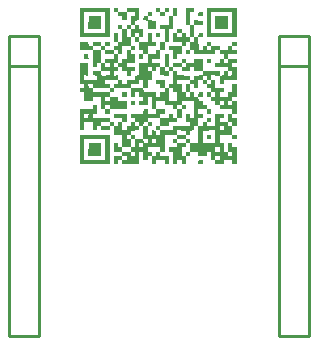
<source format=gbo>
G04*
G04 #@! TF.GenerationSoftware,Altium Limited,Altium Designer,24.0.1 (36)*
G04*
G04 Layer_Color=32896*
%FSLAX44Y44*%
%MOMM*%
G71*
G04*
G04 #@! TF.SameCoordinates,679F6686-0656-46BC-BDB5-5FE1FF963507*
G04*
G04*
G04 #@! TF.FilePolarity,Positive*
G04*
G01*
G75*
%ADD11C,0.2540*%
G36*
X122600Y265247D02*
X122572Y265074D01*
X122600Y264988D01*
Y263897D01*
Y263869D01*
X122586Y262017D01*
X122600Y261888D01*
X122557Y261817D01*
X122443Y261788D01*
X119013Y261802D01*
X118998Y265261D01*
X119041Y265361D01*
X122557Y265376D01*
X122600Y265247D01*
D02*
G37*
G36*
X147903Y261788D02*
X151160Y261802D01*
X151247Y261745D01*
X151218Y258243D01*
X151089Y258200D01*
X151003Y258229D01*
X147745Y258214D01*
X147659Y258272D01*
Y259707D01*
Y259736D01*
X147687Y261773D01*
X147817Y261817D01*
X147903Y261788D01*
D02*
G37*
G36*
X129748Y265333D02*
Y262032D01*
Y262003D01*
X129719Y258243D01*
X129590Y258200D01*
X129504Y258229D01*
X126160Y258243D01*
X126188Y265361D01*
X129705Y265376D01*
X129748Y265333D01*
D02*
G37*
G36*
X115410Y265347D02*
X115439Y261788D01*
X119013Y261773D01*
X118984Y258243D01*
X118855Y258200D01*
X118769Y258229D01*
X115511Y258214D01*
X115425Y258272D01*
X115410Y261788D01*
X111880Y261817D01*
X111837Y261859D01*
X111865Y265361D01*
X113946Y265376D01*
X113975D01*
X115410Y265347D01*
D02*
G37*
G36*
X104934Y261788D02*
X108163Y261802D01*
X108249Y261773D01*
X108263Y261644D01*
X108249Y258386D01*
X108278Y258329D01*
X108234Y258229D01*
X108091Y258200D01*
X108005Y258229D01*
X104690Y258214D01*
X104704Y254641D01*
X111822Y254612D01*
X111837Y247508D01*
X111794Y247465D01*
X108177D01*
X104704Y247493D01*
X104661Y247623D01*
X104690Y247737D01*
X104661Y254626D01*
X101130Y254655D01*
X101102Y254741D01*
X101116Y258200D01*
X101231Y258229D01*
X104675Y258257D01*
X104690Y261572D01*
X104661Y261659D01*
X104690Y261773D01*
X104819Y261817D01*
X104934Y261788D01*
D02*
G37*
G36*
X151204Y254612D02*
X151247Y254569D01*
X151218Y251067D01*
X150113Y251053D01*
X150084D01*
X144071Y251067D01*
X144100Y254598D01*
X144143Y254641D01*
X151204Y254612D01*
D02*
G37*
G36*
X144056Y265347D02*
X144071Y261831D01*
X143942Y261788D01*
X140569Y261802D01*
X140512Y261773D01*
X140483Y261659D01*
X140512Y261486D01*
X140483Y261400D01*
X140512Y251067D01*
X144071Y251038D01*
X144085Y240318D01*
X147659Y240303D01*
X147687Y229597D01*
X147731Y229554D01*
X151204Y229582D01*
X151247Y229625D01*
X151275Y233127D01*
X154820Y233142D01*
X154835Y229740D01*
X154806Y229654D01*
X154878Y229554D01*
X158379Y229582D01*
X158422Y229712D01*
X158394Y229826D01*
X158379Y233142D01*
X154835Y233156D01*
X154820Y236644D01*
X154878Y236730D01*
X158379Y236701D01*
X158422Y236572D01*
X158394Y236457D01*
X158408Y233142D01*
X165555Y233113D01*
X165584Y229554D01*
X172703Y229582D01*
X172746Y229625D01*
X172731Y233056D01*
X172789Y233142D01*
X176305Y233127D01*
X176334Y229597D01*
X176377Y229554D01*
X179878Y229525D01*
X179893Y226009D01*
X179764Y225966D01*
X179634Y225980D01*
X172932Y225966D01*
X172846Y225994D01*
X172746Y225951D01*
X172731Y225822D01*
X172760Y222407D01*
X179878Y222378D01*
X179893Y218862D01*
X179850Y218819D01*
X176348Y218790D01*
X176305Y218747D01*
X176334Y215274D01*
X176377Y215231D01*
X179878Y215202D01*
X179893Y204539D01*
X179850Y204496D01*
X179764Y204467D01*
X179678Y204496D01*
X169172Y204467D01*
X169143Y200936D01*
X169057Y200908D01*
X165584Y200936D01*
X165555Y208055D01*
X158480Y208069D01*
X158422Y208041D01*
X158394Y207926D01*
X158422Y207782D01*
X158394Y207696D01*
X158408Y204496D01*
X161967Y204467D01*
X161996Y197377D01*
X162054Y197320D01*
X169143Y197291D01*
X169158Y193804D01*
X169086Y193732D01*
X165584Y193703D01*
X165570Y190216D01*
X165641Y190144D01*
X166015Y190173D01*
X172659Y190158D01*
X172717Y190187D01*
X172746Y190302D01*
X172731Y193646D01*
X172760Y193732D01*
X172889Y193746D01*
X176262Y193732D01*
X176305Y193775D01*
X176334Y193890D01*
X176305Y193976D01*
X176334Y200865D01*
X176377Y200908D01*
X179878Y200879D01*
X179893Y190187D01*
X179764Y190144D01*
X179591Y190173D01*
X179505Y190144D01*
X176391Y190158D01*
X176334Y190130D01*
X176305Y190015D01*
X176319Y186585D01*
X179878Y186556D01*
X179893Y175864D01*
X179764Y175821D01*
X176305Y175835D01*
X176319Y179323D01*
X176262Y179409D01*
X165584Y179437D01*
X165555Y182997D01*
X162010Y183011D01*
X161982Y183126D01*
X161967Y186556D01*
X161853Y186585D01*
X158422Y186599D01*
X158394Y186714D01*
X158408Y186843D01*
X158379Y190144D01*
X155035Y190158D01*
X154906Y190144D01*
X154835Y190187D01*
X154820Y190316D01*
X154835Y193574D01*
X154806Y193631D01*
X154878Y193732D01*
X154964Y193761D01*
X155050Y193732D01*
X158394Y193717D01*
X158408Y190173D01*
X161924Y190158D01*
X161982Y190187D01*
X161953Y193717D01*
X158394Y193746D01*
X158408Y197234D01*
X158351Y197320D01*
X154849Y197348D01*
X154806Y197478D01*
X154835Y197564D01*
X154820Y200908D01*
X151261Y200936D01*
X151232Y204496D01*
X147702Y204467D01*
X147659Y204424D01*
X147630Y197334D01*
X144143Y197320D01*
X144071Y197391D01*
X144042Y200893D01*
X140526Y200908D01*
X140483Y200865D01*
X140512Y193746D01*
X143913Y193732D01*
X143970Y193761D01*
X144071Y193689D01*
X144100Y190187D01*
X144229Y190144D01*
X144344Y190173D01*
X147659Y190187D01*
X147687Y193717D01*
X147802Y193746D01*
X151089Y193732D01*
X151117Y193761D01*
X151247Y193689D01*
X151218Y190187D01*
X151175Y190144D01*
X150931Y190158D01*
X147659Y190130D01*
X147687Y186599D01*
X151189Y186570D01*
X151247Y186513D01*
X151275Y183011D01*
X154777Y182982D01*
X154835Y182925D01*
X154849Y179409D01*
X158379Y179380D01*
X158422Y179337D01*
X158394Y178964D01*
X158408Y175907D01*
X158351Y175821D01*
X154849Y175849D01*
X154806Y175979D01*
X154835Y176065D01*
X154820Y179409D01*
X147673Y179380D01*
X147659Y175893D01*
X147731Y175821D01*
X151160Y175835D01*
X151247Y175778D01*
X151218Y172276D01*
X151089Y172233D01*
X150974Y172262D01*
X147860Y172247D01*
X147731Y172262D01*
X147659Y172190D01*
X147673Y165086D01*
X151232Y165114D01*
X151261Y168645D01*
X151376Y168674D01*
X154835Y168659D01*
X154820Y165172D01*
X154878Y165086D01*
X161967Y165114D01*
X161996Y175792D01*
X162140Y175849D01*
X162226Y175821D01*
X169043Y175835D01*
X169143Y175792D01*
X169158Y172305D01*
X169115Y172262D01*
X169000Y172233D01*
X168885Y172262D01*
X165771Y172247D01*
X165641Y172262D01*
X165570Y172190D01*
X165598Y168688D01*
X172746Y168659D01*
X172731Y165172D01*
X172789Y165086D01*
X176305Y165071D01*
X176334Y157924D01*
X179706Y157910D01*
X179792Y157938D01*
X179893Y157867D01*
X179864Y154365D01*
X179821Y154322D01*
X179448Y154351D01*
X176391Y154336D01*
X176334Y154365D01*
X176305Y154480D01*
X176290Y157910D01*
X165656Y157924D01*
X165570Y157867D01*
X165598Y150777D01*
X169100Y150748D01*
X169158Y150691D01*
X169186Y143601D01*
X172746Y143572D01*
X172731Y140085D01*
X172760Y140028D01*
X172875Y139999D01*
X176290Y140028D01*
X176334Y140157D01*
X176305Y140243D01*
X176319Y143501D01*
X176262Y143587D01*
X172746Y143601D01*
X172731Y150676D01*
X172789Y150763D01*
X176290Y150734D01*
X176334Y150605D01*
X176305Y150490D01*
X176334Y147218D01*
X176377Y147175D01*
X179878Y147146D01*
X179893Y132895D01*
X179850Y132852D01*
X176334Y132866D01*
X176305Y132981D01*
X176319Y136353D01*
X176290Y136411D01*
X176176Y136440D01*
X169172Y136411D01*
X169143Y132880D01*
X169057Y132852D01*
X161996Y132880D01*
X161967Y136440D01*
X158480Y136425D01*
X158422Y136454D01*
X158394Y136569D01*
X158408Y136698D01*
X158394Y143400D01*
X158422Y143486D01*
X158394Y143544D01*
X158351Y143587D01*
X154849Y143558D01*
X154806Y143457D01*
X154835Y143371D01*
X154806Y140042D01*
X154763Y139999D01*
X147702Y140028D01*
X147659Y140070D01*
X147630Y143572D01*
X140526Y143587D01*
X140483Y143544D01*
X140497Y140085D01*
X140469Y140028D01*
X140354Y139999D01*
X136924Y140013D01*
X136909Y143501D01*
X136967Y143587D01*
X140483Y143601D01*
X140469Y150763D01*
X136924Y150777D01*
X136895Y154336D01*
X129748Y154365D01*
X129733Y157910D01*
X119099Y157924D01*
X119013Y157867D01*
X118984Y143630D01*
X118941Y143587D01*
X115425Y143601D01*
X115396Y147160D01*
X104733Y147175D01*
X104690Y147132D01*
X104661Y147017D01*
X104690Y146902D01*
X104675Y143673D01*
X104733Y143587D01*
X108234Y143558D01*
X108278Y143457D01*
X108249Y143371D01*
X108263Y139999D01*
X111822Y140028D01*
X111851Y143558D01*
X111937Y143587D01*
X115425Y143572D01*
X115453Y140042D01*
X115496Y139999D01*
X122514Y140013D01*
X122572Y139984D01*
X122600Y139870D01*
X122572Y139697D01*
X122600Y139611D01*
X122586Y133053D01*
X122600Y132923D01*
X122557Y132852D01*
X119027Y132880D01*
X118998Y132995D01*
X119013Y136368D01*
X118941Y136440D01*
X111880Y136411D01*
X111837Y136368D01*
X111808Y132866D01*
X108292Y132852D01*
X108249Y132981D01*
X108234Y139999D01*
X104776Y140013D01*
X104690Y139984D01*
X104661Y139870D01*
X104690Y139669D01*
X104675Y136641D01*
X104690Y136511D01*
X104647Y136440D01*
X104532Y136411D01*
X104417Y136440D01*
X101188Y136425D01*
X101102Y136454D01*
X101073Y143572D01*
X97557Y143587D01*
X97514Y143544D01*
X97485Y132866D01*
X83234Y132852D01*
X83191Y132895D01*
X83176Y136440D01*
X79646Y136411D01*
X79603Y136368D01*
X79574Y132866D01*
X76058Y132852D01*
X76015Y132895D01*
X76043Y139984D01*
X76173Y140028D01*
X76259Y139999D01*
X83191Y139984D01*
X83205Y136440D01*
X86692Y136425D01*
X86750Y136454D01*
X86778Y136569D01*
X86750Y136712D01*
X86778Y136798D01*
X86764Y139798D01*
X86778Y139927D01*
X86735Y139999D01*
X86606Y140013D01*
X83205Y139999D01*
X83176Y143587D01*
X76058Y143615D01*
X76015Y143659D01*
X76043Y150720D01*
X76087Y150763D01*
X79560Y150734D01*
X79603Y150691D01*
X79631Y147189D01*
X83191Y147160D01*
X83205Y143587D01*
X90338Y143572D01*
X90366Y140042D01*
X90409Y139999D01*
X93911Y140028D01*
X93926Y143544D01*
X93883Y143587D01*
X90338Y143601D01*
X90323Y147175D01*
X83191Y147189D01*
X83162Y157895D01*
X83033Y157938D01*
X82947Y157910D01*
X76058Y157938D01*
X76015Y157982D01*
X76000Y165086D01*
X72427Y165100D01*
X72412Y168674D01*
X65294Y168645D01*
X65280Y165100D01*
X72427Y165071D01*
X72441Y161584D01*
X72384Y161498D01*
X65294Y161526D01*
X65265Y165086D01*
X61706Y165057D01*
X61677Y161526D01*
X61591Y161498D01*
X58147Y161526D01*
X58104Y161569D01*
X58089Y168645D01*
X57975Y168674D01*
X50971Y168645D01*
X50928Y168516D01*
X50957Y168430D01*
X50928Y161541D01*
X50885Y161498D01*
X47383Y161526D01*
X47369Y179366D01*
X47412Y179409D01*
X58089Y179437D01*
X58118Y182939D01*
X58176Y182997D01*
X61677Y182968D01*
X61692Y175893D01*
X61620Y175821D01*
X58219Y175835D01*
X58118Y175792D01*
X58104Y172305D01*
X58147Y172262D01*
X58262Y172233D01*
X58376Y172262D01*
X72226Y172247D01*
X72355Y172262D01*
X72427Y172218D01*
X72441Y172089D01*
X72427Y168688D01*
X75957Y168659D01*
X76015Y168631D01*
X76029Y165086D01*
X79588Y165114D01*
X79617Y168645D01*
X79732Y168674D01*
X83191Y168659D01*
X83219Y161512D01*
X86707Y161498D01*
X86778Y161569D01*
X86764Y161785D01*
X86778Y164870D01*
X86750Y164956D01*
X86822Y165086D01*
X90323Y165114D01*
X90366Y165215D01*
X90338Y165301D01*
X90366Y168631D01*
X90409Y168674D01*
X93926Y168659D01*
X93954Y165100D01*
X97514Y165071D01*
X97499Y161526D01*
X97385Y161498D01*
X90366Y161483D01*
X90338Y161369D01*
X90352Y157910D01*
X93840Y157924D01*
X93926Y157867D01*
X93940Y154351D01*
X101102Y154336D01*
X101116Y150763D01*
X104661Y150777D01*
X104690Y150892D01*
X104661Y151064D01*
X104690Y151150D01*
X104675Y154121D01*
X104690Y154250D01*
X104647Y154322D01*
X104532Y154351D01*
X104388Y154322D01*
X104302Y154351D01*
X101102Y154365D01*
X101087Y165086D01*
X97514Y165100D01*
X97485Y168631D01*
X97442Y168674D01*
X93926Y168688D01*
X93897Y172218D01*
X93854Y172262D01*
X93610Y172247D01*
X90553Y172262D01*
X90467Y172233D01*
X90338Y172305D01*
X90366Y175806D01*
X90496Y175849D01*
X90582Y175821D01*
X101059Y175849D01*
X101102Y175893D01*
X101130Y179394D01*
X104618Y179409D01*
X104690Y179337D01*
X104675Y179122D01*
X104690Y176036D01*
X104661Y175950D01*
X104733Y175821D01*
X111822Y175849D01*
X111837Y179394D01*
X108306Y179423D01*
X108249Y179480D01*
X108263Y190058D01*
X108234Y190144D01*
X108120Y190173D01*
X107919Y190144D01*
X104747Y190158D01*
X104690Y190130D01*
X104661Y190015D01*
X104690Y189900D01*
X104675Y183198D01*
X104690Y183068D01*
X104618Y182997D01*
X97528Y183025D01*
X97514Y186542D01*
X97643Y186585D01*
X101087Y186613D01*
X101102Y190101D01*
X101059Y190144D01*
X100944Y190173D01*
X100829Y190144D01*
X97715Y190158D01*
X97585Y190144D01*
X97514Y190216D01*
X97485Y193717D01*
X93969Y193732D01*
X93926Y193689D01*
X93897Y190187D01*
X93854Y190144D01*
X93610Y190158D01*
X90668Y190144D01*
X90582Y190173D01*
X90496Y190144D01*
X90381Y190173D01*
X90338Y190216D01*
X90323Y197320D01*
X76015Y197334D01*
X76043Y200865D01*
X76087Y200908D01*
X79588Y200936D01*
X79603Y204481D01*
X68911Y204496D01*
X68868Y204452D01*
X68839Y204338D01*
X68868Y204223D01*
X68853Y200994D01*
X68911Y200908D01*
X72412Y200879D01*
X72456Y200750D01*
X72427Y200664D01*
X72441Y197320D01*
X76015Y197305D01*
X76000Y193761D01*
X75886Y193732D01*
X72427Y193746D01*
X72412Y197320D01*
X58104Y197334D01*
X58075Y200893D01*
X54587Y200908D01*
X54516Y200836D01*
X54545Y197363D01*
X54587Y197320D01*
X58104Y197305D01*
X58132Y193775D01*
X58176Y193732D01*
X72427Y193717D01*
X72441Y190173D01*
X79402Y190158D01*
X79531Y190173D01*
X79603Y190101D01*
X79631Y186599D01*
X86721Y186570D01*
X86778Y186513D01*
X86764Y186297D01*
X86778Y183556D01*
Y183528D01*
X86764Y179638D01*
X86778Y179480D01*
X86707Y179409D01*
X72427Y179423D01*
X72441Y182910D01*
X72384Y182997D01*
X68882Y182968D01*
X68839Y182839D01*
X68868Y182753D01*
X68882Y179409D01*
X72427Y179394D01*
X72441Y175907D01*
X72384Y175821D01*
X68882Y175849D01*
X68839Y175979D01*
X68868Y176094D01*
X68853Y179409D01*
X65294Y179437D01*
X65265Y190115D01*
X65122Y190173D01*
X65007Y190144D01*
X58190Y190158D01*
X58104Y190101D01*
X58075Y186599D01*
X50971Y186585D01*
X50928Y186742D01*
X50957Y186829D01*
X50928Y193717D01*
X47426Y193746D01*
X47369Y193775D01*
X47397Y197305D01*
X50899Y197334D01*
X50957Y197391D01*
X50928Y200865D01*
X50885Y200908D01*
X47383Y200936D01*
X47369Y218776D01*
X47412Y218819D01*
X54501Y218790D01*
X54545Y218661D01*
X54516Y218575D01*
X54530Y208141D01*
X54501Y208083D01*
X54387Y208055D01*
X54243Y208083D01*
X54157Y208055D01*
X51014Y208069D01*
X50957Y208041D01*
X50928Y207926D01*
X50957Y207811D01*
X50942Y204582D01*
X50971Y204496D01*
X51071Y204481D01*
X61534Y204496D01*
X61562Y204467D01*
X61692Y204539D01*
X61663Y208041D01*
X61534Y208083D01*
X61419Y208055D01*
X58333Y208069D01*
X58204Y208055D01*
X58104Y208127D01*
X58132Y211628D01*
X65265Y211643D01*
X65294Y208083D01*
X65409Y208055D01*
X65581Y208083D01*
X65667Y208055D01*
X72226Y208069D01*
X72355Y208055D01*
X72427Y208098D01*
X72441Y208227D01*
X72427Y211485D01*
X72456Y211542D01*
X72384Y211643D01*
X65280Y211657D01*
X65265Y218819D01*
X61706Y218790D01*
X61677Y215259D01*
X61591Y215231D01*
X58147Y215259D01*
X58104Y215303D01*
X58089Y229554D01*
X47383Y229582D01*
X47369Y236687D01*
X47412Y236730D01*
X54501Y236701D01*
X54545Y236572D01*
X54516Y236486D01*
X54545Y233185D01*
X54587Y233142D01*
X58104Y233127D01*
X58118Y229554D01*
X65280Y229539D01*
X65294Y218819D01*
X68868Y218804D01*
X68853Y215317D01*
X68911Y215231D01*
X72412Y215259D01*
X72456Y215389D01*
X72427Y215475D01*
X72441Y218732D01*
X72384Y218819D01*
X68868Y218833D01*
X68853Y222320D01*
X68911Y222407D01*
X75929Y222392D01*
X76015Y222450D01*
X76000Y225966D01*
X69097Y225980D01*
X68939Y225966D01*
X68868Y226009D01*
X68839Y226124D01*
X68868Y226238D01*
X68853Y229554D01*
X65280Y229568D01*
X65265Y233142D01*
X58104Y233156D01*
X58132Y236687D01*
X58176Y236730D01*
X65237Y236701D01*
X65280Y236658D01*
X65294Y233142D01*
X68868Y233127D01*
X68882Y229554D01*
X76015Y229539D01*
X76043Y225980D01*
X79603Y225951D01*
X79617Y218819D01*
X83162Y218833D01*
X83191Y218948D01*
X83205Y222378D01*
X83320Y222407D01*
X86664Y222392D01*
X86750Y222421D01*
X86778Y222536D01*
X86750Y222679D01*
X86778Y222765D01*
X86764Y229496D01*
X86793Y229554D01*
X90338Y229539D01*
X90366Y226009D01*
X90496Y225966D01*
X90625Y225980D01*
X93710Y225966D01*
X93797Y225994D01*
X93883Y225966D01*
X93926Y225923D01*
X93897Y218833D01*
X86807Y218804D01*
X86750Y218661D01*
X86778Y218546D01*
X86764Y215317D01*
X86822Y215231D01*
X93911Y215202D01*
X93926Y211686D01*
X93797Y211643D01*
X90366Y211628D01*
X90338Y211514D01*
X90352Y208170D01*
X90323Y208083D01*
X90209Y208055D01*
X90065Y208083D01*
X89979Y208055D01*
X86980Y208069D01*
X86850Y208055D01*
X86778Y208098D01*
X86750Y208213D01*
X86778Y208328D01*
X86764Y211442D01*
X86778Y211571D01*
X86735Y211643D01*
X83205Y211672D01*
X83176Y215173D01*
X83148Y215231D01*
X79603Y215245D01*
X79588Y218819D01*
X76058Y218790D01*
X76015Y218747D01*
X76043Y215274D01*
X76087Y215231D01*
X79603Y215216D01*
X79574Y211686D01*
X79531Y211643D01*
X76029Y211614D01*
X76015Y208127D01*
X76058Y208083D01*
X76173Y208055D01*
X76287Y208083D01*
X76488Y208055D01*
X79517Y208069D01*
X79603Y208012D01*
X79617Y204496D01*
X83148Y204467D01*
X83191Y204424D01*
X83219Y200922D01*
X86707Y200908D01*
X86778Y200979D01*
X86764Y201195D01*
X86778Y204280D01*
X86750Y204366D01*
X86822Y204496D01*
X93811Y204481D01*
X93911Y204524D01*
X93940Y208026D01*
X94084Y208083D01*
X94198Y208055D01*
X97313Y208069D01*
X97442Y208055D01*
X97514Y208127D01*
X97542Y218804D01*
X104632Y218833D01*
X104690Y218890D01*
X104675Y219134D01*
X104690Y225923D01*
X104647Y225966D01*
X101102Y225951D01*
X101073Y222421D01*
X100944Y222378D01*
X100858Y222407D01*
X97600Y222392D01*
X97514Y222450D01*
X97542Y225951D01*
X97671Y225994D01*
X97786Y225966D01*
X101087Y225994D01*
X101102Y229511D01*
X101059Y229554D01*
X97528Y229582D01*
X97499Y236730D01*
X93940Y236758D01*
X93911Y240318D01*
X90338Y240332D01*
X90323Y247465D01*
X86778Y247450D01*
X86764Y240375D01*
X86793Y240318D01*
X86922Y240303D01*
X90323Y240318D01*
X90352Y233142D01*
X93911Y233113D01*
X93926Y229597D01*
X93797Y229554D01*
X90338Y229568D01*
X90323Y233142D01*
X83205Y233113D01*
X83176Y226023D01*
X83119Y225966D01*
X82904Y225980D01*
X79617Y225966D01*
X79588Y229525D01*
X79502Y229554D01*
X76015Y229568D01*
X76043Y233127D01*
X79574Y233156D01*
X79603Y233242D01*
X79588Y236730D01*
X76029Y236758D01*
X76015Y243834D01*
X76058Y243877D01*
X76173Y243906D01*
X76287Y243877D01*
X79517Y243891D01*
X79603Y243834D01*
X79617Y236730D01*
X83162Y236744D01*
X83191Y236859D01*
X83176Y247465D01*
X79617Y247493D01*
X79603Y251010D01*
X79646Y251053D01*
X83162Y251038D01*
X83191Y250924D01*
X83205Y247465D01*
X86764Y247493D01*
X86778Y250837D01*
X86750Y250924D01*
X86822Y251053D01*
X90338Y251038D01*
X90352Y247465D01*
X93911Y247493D01*
X93926Y251038D01*
X90338Y251067D01*
X90366Y258186D01*
X90409Y258229D01*
X93840Y258214D01*
X93926Y258272D01*
X93897Y261773D01*
X93768Y261817D01*
X93682Y261788D01*
X86778Y261773D01*
X86764Y254870D01*
X86778Y254712D01*
X86735Y254641D01*
X83205Y254669D01*
X83176Y258171D01*
X83119Y258229D01*
X79689Y258214D01*
X79603Y258272D01*
X79588Y261788D01*
X76058Y261817D01*
X76015Y261859D01*
X76043Y265361D01*
X79560Y265376D01*
X79603Y265333D01*
X79617Y261788D01*
X86764Y261817D01*
X86778Y265161D01*
X86750Y265247D01*
X86778Y265333D01*
X86822Y265376D01*
X97499Y265347D01*
X97514Y254684D01*
X97471Y254641D01*
X93969Y254612D01*
X93926Y254569D01*
X93940Y251053D01*
X97499Y251024D01*
X97528Y247493D01*
X97643Y247465D01*
X101087Y247436D01*
X101102Y240361D01*
X101059Y240318D01*
X100944Y240289D01*
X100858Y240318D01*
X97514Y240332D01*
X97485Y243862D01*
X97356Y243906D01*
X97270Y243877D01*
X94012Y243891D01*
X93926Y243834D01*
X93940Y240318D01*
X97514Y240303D01*
X97528Y236730D01*
X104647Y236758D01*
X104690Y236801D01*
X104675Y237045D01*
X104690Y243661D01*
X104661Y243748D01*
X104690Y243862D01*
X104819Y243906D01*
X104934Y243877D01*
X108191Y243891D01*
X108249Y243862D01*
X108263Y243733D01*
X108249Y236801D01*
X108292Y236730D01*
X111822Y236701D01*
X111837Y233185D01*
X111794Y233142D01*
X104704Y233113D01*
X104661Y233070D01*
X104690Y232697D01*
X104704Y225966D01*
X111607Y225980D01*
X111765Y225966D01*
X111837Y226038D01*
X111865Y229539D01*
X115410Y229554D01*
X115425Y222450D01*
X115382Y222407D01*
X115267Y222378D01*
X115181Y222407D01*
X108292Y222378D01*
X108249Y222335D01*
X108278Y218833D01*
X115367Y218804D01*
X115425Y218747D01*
X115439Y215231D01*
X119013Y215216D01*
X119041Y211657D01*
X122557Y211643D01*
X122572Y215216D01*
X119013Y215245D01*
X118998Y225880D01*
X119027Y225966D01*
X119142Y225994D01*
X119257Y225966D01*
X122514Y225980D01*
X122572Y225951D01*
X122600Y225837D01*
X122572Y225693D01*
X122600Y225607D01*
X122615Y215231D01*
X126160Y215216D01*
X126174Y211643D01*
X129733Y211614D01*
X129762Y208112D01*
X129819Y208055D01*
X130063Y208069D01*
X140267Y208055D01*
X140354Y208083D01*
X140469Y208055D01*
X140512Y207926D01*
X140483Y207725D01*
X140512Y204510D01*
X143927Y204481D01*
X143970Y204467D01*
X144071Y204539D01*
X144100Y208041D01*
X144229Y208083D01*
X144344Y208055D01*
X151232Y208083D01*
X151247Y211628D01*
X144128Y211657D01*
X144071Y211714D01*
X144042Y215216D01*
X140555Y215231D01*
X140483Y215159D01*
X140497Y214915D01*
X140483Y211858D01*
X140512Y211772D01*
X140440Y211643D01*
X133350Y211672D01*
X133321Y215231D01*
X126160Y215245D01*
X126188Y218776D01*
X126231Y218819D01*
X133336Y218804D01*
X133350Y215231D01*
X136881Y215259D01*
X136924Y215303D01*
X136909Y218819D01*
X133336Y218833D01*
X133350Y222378D01*
X133465Y222407D01*
X136881Y222378D01*
X136924Y222335D01*
X136938Y218819D01*
X144056Y218847D01*
X144085Y222349D01*
X144143Y222407D01*
X151204Y222378D01*
X151247Y222335D01*
X151261Y211643D01*
X165555Y211614D01*
X165584Y208083D01*
X165670Y208055D01*
X168957Y208069D01*
X169057Y208055D01*
X169158Y208127D01*
X169186Y211628D01*
X172731Y211643D01*
X172746Y208241D01*
X172717Y208184D01*
X172760Y208083D01*
X172875Y208055D01*
X173047Y208083D01*
X173133Y208055D01*
X176104Y208069D01*
X176233Y208055D01*
X176305Y208098D01*
X176334Y208213D01*
X176305Y208328D01*
X176319Y211557D01*
X176262Y211643D01*
X172746Y211657D01*
X172717Y215188D01*
X172674Y215231D01*
X162025Y215259D01*
X161982Y215303D01*
X162010Y218776D01*
X162054Y218819D01*
X165555Y218847D01*
X165584Y222349D01*
X165641Y222407D01*
X169158Y222392D01*
X169186Y218833D01*
X172703Y218819D01*
X172746Y218948D01*
X172731Y222407D01*
X169158Y222421D01*
X169129Y225951D01*
X169000Y225994D01*
X168885Y225966D01*
X165799Y225980D01*
X165641Y225966D01*
X165570Y226038D01*
X165555Y229554D01*
X161996Y229525D01*
X161967Y225994D01*
X161853Y225966D01*
X161723Y225980D01*
X144372Y225966D01*
X144315Y225994D01*
X144229Y225966D01*
X144114Y225994D01*
X144071Y226038D01*
X144042Y229539D01*
X140526Y229554D01*
X140483Y229511D01*
X140497Y226052D01*
X140469Y225994D01*
X140354Y225966D01*
X140225Y225980D01*
X137196Y225966D01*
X137168Y225994D01*
X137081Y225966D01*
X136938Y225994D01*
X136895Y226124D01*
X136924Y226210D01*
X136909Y229468D01*
X136967Y229554D01*
X140483Y229568D01*
X140469Y236730D01*
X136938Y236701D01*
X136909Y236586D01*
X136924Y233214D01*
X136852Y233142D01*
X133336Y233156D01*
X133307Y236687D01*
X133264Y236730D01*
X126188Y236744D01*
X126160Y236859D01*
X126188Y243862D01*
X126318Y243906D01*
X126433Y243877D01*
X129748Y243862D01*
X129776Y240332D01*
X129906Y240289D01*
X129992Y240318D01*
X133250Y240303D01*
X133336Y240361D01*
X133321Y243877D01*
X129748Y243891D01*
X129776Y247450D01*
X133293Y247465D01*
X133336Y247422D01*
X133350Y243877D01*
X136838Y243891D01*
X136924Y243834D01*
X136909Y240404D01*
X136938Y240318D01*
X137067Y240303D01*
X140483Y240332D01*
X140469Y251053D01*
X136938Y251081D01*
X136895Y251182D01*
X136924Y251268D01*
X136909Y265290D01*
X136967Y265376D01*
X144056Y265347D01*
D02*
G37*
G36*
X72427Y265333D02*
X72456Y265218D01*
X72427Y265132D01*
X72441Y240404D01*
X72412Y240318D01*
X72283Y240303D01*
X53038Y240318D01*
X53009D01*
X47455Y240303D01*
X47369Y240361D01*
X47397Y265361D01*
X72384Y265376D01*
X72427Y265333D01*
D02*
G37*
G36*
X179878Y265347D02*
X179893Y247824D01*
Y247795D01*
X179864Y240332D01*
X179735Y240289D01*
X179649Y240318D01*
X154921Y240303D01*
X154835Y240332D01*
X154820Y240461D01*
X154835Y265189D01*
X154806Y265275D01*
X154878Y265376D01*
X179878Y265347D01*
D02*
G37*
G36*
X147903Y243877D02*
X151160Y243891D01*
X151247Y243834D01*
X151218Y240332D01*
X151089Y240289D01*
X151003Y240318D01*
X147659Y240332D01*
X147687Y243862D01*
X147702Y243877D01*
X147731D01*
X147817Y243906D01*
X147903Y243877D01*
D02*
G37*
G36*
X112109D02*
X115339Y243891D01*
X115425Y243834D01*
Y240475D01*
Y240447D01*
X115396Y240332D01*
X115267Y240289D01*
X115181Y240318D01*
X111923Y240303D01*
X111837Y240361D01*
X111865Y243862D01*
X111995Y243906D01*
X112109Y243877D01*
D02*
G37*
G36*
X126160Y258214D02*
X126131Y247479D01*
X122600Y247450D01*
X122572Y247336D01*
X122600Y247135D01*
X122586Y236931D01*
X122600Y236801D01*
X122529Y236730D01*
X119013Y236744D01*
X118984Y247450D01*
X115482Y247479D01*
X115425Y247508D01*
Y247709D01*
Y247737D01*
X115453Y251038D01*
X122543Y251067D01*
X122600Y251124D01*
X122572Y251498D01*
X122586Y257999D01*
X122572Y258128D01*
X122644Y258229D01*
X126160Y258214D01*
D02*
G37*
G36*
X179878Y236701D02*
X179893Y235395D01*
Y235366D01*
X179864Y233156D01*
X176319Y233142D01*
X176305Y236658D01*
X176377Y236730D01*
X179878Y236701D01*
D02*
G37*
G36*
X72412D02*
X72456Y236572D01*
X72427Y236486D01*
X72441Y233228D01*
X72384Y233142D01*
X69657D01*
X68868Y233156D01*
X68853Y236644D01*
X68911Y236730D01*
X72412Y236701D01*
D02*
G37*
G36*
X119013Y235366D02*
Y235338D01*
X118984Y229597D01*
X118941Y229554D01*
X115425Y229568D01*
X115453Y236715D01*
X118998Y236730D01*
X119013Y235366D01*
D02*
G37*
G36*
X133336Y233127D02*
X133307Y226009D01*
X133264Y225966D01*
X133049Y225980D01*
X129963Y225966D01*
X129877Y225994D01*
X129748Y225923D01*
X129719Y222421D01*
X129590Y222378D01*
X129504Y222407D01*
X126246Y222392D01*
X126160Y222450D01*
X126131Y229539D01*
X122629Y229568D01*
X122572Y229712D01*
X122600Y229855D01*
X122572Y229941D01*
X122586Y232941D01*
X122572Y233070D01*
X122644Y233142D01*
X127753D01*
X133336Y233127D01*
D02*
G37*
G36*
X51200Y225966D02*
X54458Y225980D01*
X54516Y225951D01*
X54545Y225837D01*
X54516Y225722D01*
Y222622D01*
Y222593D01*
X54545Y222507D01*
X54501Y222407D01*
X54372Y222392D01*
X51114Y222407D01*
X51057Y222378D01*
X50957Y222421D01*
X50928Y222565D01*
X50957Y222651D01*
X50942Y225908D01*
X50971Y225966D01*
X51086Y225994D01*
X51200Y225966D01*
D02*
G37*
G36*
X158379Y222378D02*
X158422Y222249D01*
X158394Y222134D01*
X158408Y218876D01*
X158351Y218819D01*
X155538D01*
X154849Y218847D01*
X154806Y218976D01*
X154835Y219063D01*
X154820Y222320D01*
X154849Y222378D01*
X154964Y222407D01*
X158379Y222378D01*
D02*
G37*
G36*
X83406Y193732D02*
X86664Y193746D01*
X86750Y193717D01*
X86778Y193603D01*
X86764Y193473D01*
X86778Y190445D01*
X86750Y190417D01*
X86778Y190330D01*
X86750Y190187D01*
X86621Y190144D01*
X86477Y190173D01*
X86391Y190144D01*
X83392Y190158D01*
X83262Y190144D01*
X83191Y190187D01*
Y190761D01*
Y190790D01*
X83219Y193717D01*
X83320Y193761D01*
X83406Y193732D01*
D02*
G37*
G36*
X93911Y186556D02*
X93926Y184676D01*
Y184647D01*
X93897Y183011D01*
X90381Y182997D01*
X90338Y183126D01*
X90366Y186542D01*
X90409Y186585D01*
X93911Y186556D01*
D02*
G37*
G36*
X158394Y172218D02*
X158422Y172104D01*
X158394Y171989D01*
X158408Y168731D01*
X158379Y168674D01*
X154835Y168688D01*
X154820Y172147D01*
X154849Y172233D01*
X154964Y172262D01*
X155107Y172233D01*
X155193Y172262D01*
X157174D01*
X158193Y172247D01*
X158322Y172262D01*
X158394Y172218D01*
D02*
G37*
G36*
X76259Y175821D02*
X79330D01*
X86664Y175835D01*
X86750Y175806D01*
X86778Y175692D01*
X86764Y175562D01*
X86778Y168946D01*
X86750Y168918D01*
X86778Y168832D01*
X86750Y168688D01*
X83205Y168674D01*
X83176Y172204D01*
X83033Y172262D01*
X82860Y172233D01*
X82774Y172262D01*
X76101Y172247D01*
X76015Y172305D01*
X76043Y175806D01*
X76173Y175849D01*
X76259Y175821D01*
D02*
G37*
G36*
X176305Y175806D02*
X176334Y172276D01*
X176463Y172233D01*
X176577Y172262D01*
X179649Y172233D01*
X179678D01*
X179764Y172262D01*
X179878Y172233D01*
X179893Y165129D01*
X179850Y165086D01*
X176305Y165100D01*
X176319Y168587D01*
X176262Y168674D01*
X172746Y168688D01*
X172731Y175735D01*
X172760Y175821D01*
X172889Y175835D01*
X176305Y175806D01*
D02*
G37*
G36*
X129762Y150763D02*
X136924Y150748D01*
X136895Y147189D01*
X133364Y147160D01*
X133336Y147074D01*
X133350Y140028D01*
X133465Y139999D01*
X136924Y139984D01*
X136895Y132866D01*
X133379Y132852D01*
X133336Y132895D01*
X133307Y136397D01*
X133264Y136440D01*
X129791Y136411D01*
X129748Y136368D01*
X129719Y132866D01*
X126203Y132852D01*
X126160Y132981D01*
X126131Y143572D01*
X122629Y143601D01*
X122572Y143745D01*
X122600Y143888D01*
X122572Y143974D01*
X122586Y146974D01*
X122572Y147103D01*
X122644Y147175D01*
X129733Y147203D01*
X129748Y149772D01*
Y149801D01*
X129733Y150763D01*
X126188Y150777D01*
X126160Y150892D01*
X126188Y154307D01*
X126231Y154351D01*
X126447Y154336D01*
X129733Y154351D01*
X129762Y150763D01*
D02*
G37*
G36*
X151204Y136411D02*
X151247Y136368D01*
X151218Y132866D01*
X147702Y132852D01*
X147659Y132895D01*
Y135650D01*
Y135679D01*
X147687Y136397D01*
X147731Y136440D01*
X151204Y136411D01*
D02*
G37*
G36*
X47613Y157910D02*
X71264D01*
X72341Y157924D01*
X72427Y157895D01*
X72441Y157766D01*
X72427Y133038D01*
X72456Y132952D01*
X72384Y132852D01*
X47383Y132880D01*
X47369Y157867D01*
X47412Y157910D01*
X47526Y157938D01*
X47613Y157910D01*
D02*
G37*
%LPC*%
G36*
X141904Y240318D02*
X141875D01*
X140497Y240289D01*
X140483Y236773D01*
X140526Y236730D01*
X144056Y236758D01*
X144071Y240303D01*
X141904Y240318D01*
D02*
G37*
G36*
X115410Y215231D02*
X111851Y215202D01*
X111822Y211672D01*
X111707Y211643D01*
X108249Y211657D01*
X108263Y215116D01*
X108220Y215216D01*
X104733Y215231D01*
X104661Y215159D01*
X104690Y214786D01*
X104675Y211729D01*
X104733Y211643D01*
X108249Y211628D01*
X108263Y204582D01*
X108206Y204496D01*
X108120Y204467D01*
X108034Y204496D01*
X104704Y204467D01*
X104661Y204338D01*
X104690Y204223D01*
X104675Y197549D01*
X104690Y197391D01*
X104618Y197320D01*
X101102Y197334D01*
X101073Y204452D01*
X101030Y204496D01*
X97528Y204467D01*
X97499Y200936D01*
X97413Y200908D01*
X90381Y200879D01*
X90338Y200836D01*
X90352Y197320D01*
X101102Y197305D01*
X101116Y193761D01*
X101231Y193732D01*
X111722Y193746D01*
X111822Y193703D01*
X111851Y190201D01*
X111995Y190144D01*
X112109Y190173D01*
X115339Y190158D01*
X115425Y190216D01*
X115453Y193717D01*
X115568Y193746D01*
X118568Y193732D01*
X118596D01*
X118969Y193761D01*
X119013Y193804D01*
X118998Y197320D01*
X115439Y197348D01*
X115410Y200850D01*
X115353Y200908D01*
X111851Y200936D01*
X111837Y204424D01*
X111909Y204496D01*
X118969Y204467D01*
X119013Y204424D01*
X119027Y197320D01*
X122572Y197334D01*
X122586Y200707D01*
X122572Y200836D01*
X122644Y200908D01*
X126145Y200936D01*
X126160Y211628D01*
X122615Y211643D01*
X122586Y208371D01*
X122572Y208299D01*
X122600Y208213D01*
X122572Y208098D01*
X122443Y208055D01*
X122299Y208083D01*
X122213Y208055D01*
X115626Y208069D01*
X115496Y208055D01*
X115425Y208127D01*
X115410Y215231D01*
D02*
G37*
G36*
X154677Y208083D02*
X154562Y208055D01*
X151247Y208041D01*
X151261Y204496D01*
X152725D01*
X154835Y204481D01*
X154849Y200908D01*
X158379Y200936D01*
X158422Y201066D01*
X158394Y201180D01*
X158379Y204496D01*
X154835Y204510D01*
X154806Y208041D01*
X154677Y208083D01*
D02*
G37*
G36*
X140469Y204496D02*
X129791Y204467D01*
X129748Y204424D01*
X129776Y200922D01*
X133278Y200893D01*
X133336Y200836D01*
X133350Y193761D01*
X133465Y193732D01*
X136924Y193717D01*
X136909Y190259D01*
X136938Y190173D01*
X137053Y190144D01*
X137254Y190173D01*
X140425Y190158D01*
X140483Y190187D01*
X140512Y190302D01*
X140483Y190417D01*
X140469Y193732D01*
X136924Y193746D01*
X136909Y200821D01*
X136967Y200908D01*
X140483Y200922D01*
Y201726D01*
Y201754D01*
X140469Y204496D01*
D02*
G37*
G36*
X122615Y197320D02*
X122586Y186786D01*
X122572Y186656D01*
X122615Y186585D01*
X123275D01*
X129733Y186613D01*
X129748Y193689D01*
X129705Y193732D01*
X126203Y193761D01*
X126160Y193804D01*
X126131Y197305D01*
X122615Y197320D01*
D02*
G37*
G36*
X68925Y190158D02*
X68868Y190130D01*
X68839Y190015D01*
X68868Y189900D01*
Y188838D01*
Y188809D01*
X68853Y186671D01*
X68882Y186585D01*
X72412Y186613D01*
X72456Y186714D01*
X72427Y186800D01*
X72412Y190144D01*
X68925Y190158D01*
D02*
G37*
G36*
X176290Y186585D02*
X172760Y186556D01*
X172717Y186427D01*
X172746Y186341D01*
X172731Y183083D01*
X172789Y182997D01*
X176204D01*
X176290Y183025D01*
X176334Y183155D01*
X176305Y183241D01*
X176290Y186585D01*
D02*
G37*
G36*
X169086D02*
X165613Y186556D01*
X165570Y186513D01*
Y185939D01*
Y185910D01*
X165584Y182997D01*
X169143Y183025D01*
X169158Y186513D01*
X169086Y186585D01*
D02*
G37*
G36*
X143942D02*
X133350Y186556D01*
X133336Y183011D01*
X136866Y182982D01*
X136924Y182925D01*
X136895Y179452D01*
X136852Y179409D01*
X133336Y179423D01*
X133321Y182997D01*
X129791Y182968D01*
X129748Y182925D01*
X129762Y179409D01*
X133336Y179394D01*
X133307Y172276D01*
X133178Y172233D01*
X133063Y172262D01*
X129762Y172233D01*
X129733Y168702D01*
X129647Y168674D01*
X122615Y168645D01*
X122572Y168516D01*
X122600Y168401D01*
X122586Y165287D01*
X122600Y165157D01*
X122529Y165086D01*
X115425Y165100D01*
X115396Y172247D01*
X105020Y172262D01*
X104934Y172233D01*
X104819Y172262D01*
X104704Y172233D01*
X104661Y172104D01*
X104690Y171989D01*
X104704Y168674D01*
X108234Y168645D01*
X108263Y168530D01*
X108249Y165243D01*
X108278Y165215D01*
X108206Y165086D01*
X104690Y165071D01*
X104675Y157996D01*
X104733Y157910D01*
X108234Y157938D01*
X108263Y158053D01*
X108249Y161426D01*
X108292Y161498D01*
X111837Y161483D01*
X111865Y157953D01*
X111909Y157910D01*
X115382Y157938D01*
X115425Y157982D01*
X115410Y161498D01*
X111837Y161512D01*
X111865Y165071D01*
X115410Y165086D01*
X115439Y161498D01*
X126145Y161526D01*
X126174Y165028D01*
X126231Y165086D01*
X140469Y165114D01*
X140512Y165157D01*
X140483Y165531D01*
X140497Y168587D01*
X140440Y168674D01*
X136938Y168702D01*
X136924Y168717D01*
Y168745D01*
X136895Y168803D01*
X136924Y168889D01*
X136909Y175735D01*
X136967Y175821D01*
X137053Y175849D01*
X137139Y175821D01*
X140397Y175835D01*
X140483Y175806D01*
X140512Y175692D01*
X140483Y175491D01*
X140497Y172463D01*
X140483Y172333D01*
X140526Y172262D01*
X140641Y172233D01*
X140756Y172262D01*
X144013Y172247D01*
X144071Y172276D01*
X144056Y186556D01*
X143942Y186585D01*
D02*
G37*
G36*
X51057Y175849D02*
X50957Y175806D01*
X50928Y175663D01*
X50957Y175577D01*
X50942Y172319D01*
X50971Y172262D01*
X51086Y172233D01*
X51200Y172262D01*
X54458Y172247D01*
X54516Y172276D01*
X54545Y172391D01*
X54516Y172505D01*
X54545Y175692D01*
Y175720D01*
X54501Y175821D01*
X54372Y175835D01*
X51114Y175821D01*
X51057Y175849D01*
D02*
G37*
G36*
X118941Y186585D02*
X111880Y186556D01*
X111837Y186513D01*
X111851Y179409D01*
X118984Y179394D01*
X119013Y179279D01*
X118984Y175864D01*
X118941Y175821D01*
X115511Y175835D01*
X115425Y175778D01*
X115439Y172262D01*
X122514Y172247D01*
X122572Y172276D01*
X122600Y172391D01*
X122572Y172592D01*
Y172620D01*
Y172649D01*
X122586Y175620D01*
X122572Y175749D01*
X122615Y175821D01*
X122744Y175835D01*
X126002Y175821D01*
X126059Y175849D01*
X126160Y175778D01*
X126188Y172276D01*
X126318Y172233D01*
X126433Y172262D01*
X129748Y172276D01*
X129733Y179409D01*
X126203Y179437D01*
X126160Y179480D01*
X126131Y182982D01*
X119041Y183011D01*
X118984Y183126D01*
X119013Y183212D01*
X118984Y186542D01*
X118941Y186585D01*
D02*
G37*
G36*
X101288Y168674D02*
X101259D01*
X101116Y168645D01*
X101102Y165100D01*
X104647Y165086D01*
X104690Y165129D01*
X104661Y168659D01*
X101288Y168674D01*
D02*
G37*
G36*
X169086Y165086D02*
X165584Y165057D01*
X165570Y161541D01*
X165699Y161498D01*
X169115Y161526D01*
X169158Y161569D01*
Y162143D01*
Y162172D01*
X169129Y165043D01*
X169086Y165086D01*
D02*
G37*
G36*
X147644D02*
X144114Y165057D01*
X144071Y165014D01*
X144042Y161512D01*
X140540Y161483D01*
X140483Y161426D01*
X140497Y161182D01*
X140483Y158125D01*
X140512Y158039D01*
X140440Y157910D01*
X136924Y157924D01*
X136895Y161483D01*
X129791Y161498D01*
X129748Y161455D01*
X129762Y157910D01*
X136924Y157895D01*
X136938Y154351D01*
X139521D01*
X140253Y154336D01*
X140411Y154351D01*
X140483Y154307D01*
X140512Y154193D01*
X140483Y153992D01*
X140512Y150777D01*
X147616Y150763D01*
X147659Y150806D01*
X147644Y165086D01*
D02*
G37*
G36*
X111765Y154351D02*
X111550Y154336D01*
X108550Y154351D01*
X108493Y154322D01*
X108407Y154351D01*
X108292Y154322D01*
X108249Y154279D01*
Y153820D01*
Y153791D01*
X108278Y150777D01*
X111794Y150763D01*
X111837Y150806D01*
X111808Y154307D01*
X111765Y154351D01*
D02*
G37*
G36*
X86908Y157938D02*
X86778Y157895D01*
X86750Y157781D01*
X86778Y157666D01*
X86764Y154408D01*
X86793Y154351D01*
X86908Y154322D01*
X87022Y154351D01*
X90338Y154365D01*
X90323Y157910D01*
X86922Y157924D01*
X86908Y157938D01*
D02*
G37*
G36*
X161939Y161498D02*
X161566D01*
X151261Y161469D01*
X151247Y150806D01*
X151290Y150763D01*
X161967Y150791D01*
X161982Y161455D01*
X161939Y161498D01*
D02*
G37*
G36*
X101087Y150763D02*
X97528Y150734D01*
X97514Y147218D01*
X97557Y147175D01*
X97844D01*
X101073Y147189D01*
X101102Y147304D01*
X101087Y150763D01*
D02*
G37*
G36*
X90381Y154351D02*
X90366Y154336D01*
X90338Y154250D01*
X90352Y147175D01*
X93911Y147203D01*
X93926Y154336D01*
X90381Y154351D01*
D02*
G37*
G36*
X165527Y147175D02*
X162341D01*
X162025Y147146D01*
X161982Y147103D01*
X162010Y143630D01*
X162054Y143587D01*
X165555Y143615D01*
X165570Y147132D01*
X165527Y147175D01*
D02*
G37*
G36*
X165412Y140028D02*
X165326Y139999D01*
X162068Y140013D01*
X161982Y139956D01*
X161996Y136440D01*
X162857D01*
X165484Y136425D01*
X165570Y136483D01*
X165541Y139984D01*
X165412Y140028D01*
D02*
G37*
%LPD*%
G36*
X158394Y157895D02*
X158422Y157781D01*
X158394Y157666D01*
X158408Y154408D01*
X158379Y154351D01*
X158265Y154322D01*
X158150Y154351D01*
X155165D01*
X154892Y154336D01*
X154835Y154365D01*
X154820Y154494D01*
X154835Y157752D01*
X154806Y157809D01*
X154849Y157910D01*
X154978Y157924D01*
X158236Y157910D01*
X158293Y157938D01*
X158394Y157895D01*
D02*
G37*
%LPC*%
G36*
X68710Y261817D02*
X68624Y261788D01*
X65524D01*
X51043Y261802D01*
X50957Y261773D01*
X50928Y261630D01*
X50957Y261544D01*
X50942Y243963D01*
X50971Y243906D01*
X51086Y243877D01*
X68825Y243906D01*
X68868Y244035D01*
X68839Y261773D01*
X68710Y261817D01*
D02*
G37*
%LPD*%
G36*
X65237Y258200D02*
X65280Y258157D01*
Y249173D01*
Y249144D01*
X65251Y247508D01*
X65208Y247465D01*
X54559Y247493D01*
X54516Y247537D01*
X54545Y258186D01*
X54587Y258229D01*
X65237Y258200D01*
D02*
G37*
%LPC*%
G36*
X176147Y261817D02*
X176061Y261788D01*
X158480Y261802D01*
X158422Y261773D01*
X158394Y261659D01*
X158422Y261515D01*
X158394Y261429D01*
X158408Y244106D01*
X158394Y243977D01*
X158437Y243906D01*
X158552Y243877D01*
X161393D01*
X176290Y243906D01*
X176334Y244035D01*
X176305Y244149D01*
X176319Y261730D01*
X176290Y261788D01*
X176147Y261817D01*
D02*
G37*
%LPD*%
G36*
X172703Y258200D02*
X172746Y258157D01*
X172717Y247508D01*
X172674Y247465D01*
X162025Y247493D01*
X161982Y247537D01*
X162010Y258186D01*
X162054Y258229D01*
X162168D01*
X172703Y258200D01*
D02*
G37*
%LPC*%
G36*
X68710Y154351D02*
X68566Y154322D01*
X68480Y154351D01*
X66729D01*
X51157Y154336D01*
X51028Y154351D01*
X50957Y154307D01*
X50928Y154193D01*
X50957Y154107D01*
X50942Y136526D01*
X50971Y136440D01*
X51086Y136411D01*
X51200Y136440D01*
X68781Y136425D01*
X68839Y136454D01*
X68868Y136569D01*
X68839Y154307D01*
X68710Y154351D01*
D02*
G37*
%LPD*%
G36*
X65237Y150734D02*
X65280Y150691D01*
X65251Y140042D01*
X65208Y139999D01*
X60587D01*
X54559Y140028D01*
X54516Y140070D01*
X54545Y150720D01*
X54587Y150763D01*
X65237Y150734D01*
D02*
G37*
D11*
X215900Y215900D02*
X241300D01*
X215900D02*
Y241300D01*
X241300Y-12700D02*
Y215900D01*
X215900Y-12700D02*
X241300D01*
X215900D02*
Y215900D01*
X241300D02*
Y241300D01*
X215900D02*
X241300D01*
X-12700Y215900D02*
X12700D01*
X-12700D02*
Y241300D01*
X12700Y-12700D02*
Y215900D01*
X-12700Y-12700D02*
X12700D01*
X-12700D02*
Y215900D01*
X12700D02*
Y241300D01*
X-12700D02*
X12700D01*
M02*

</source>
